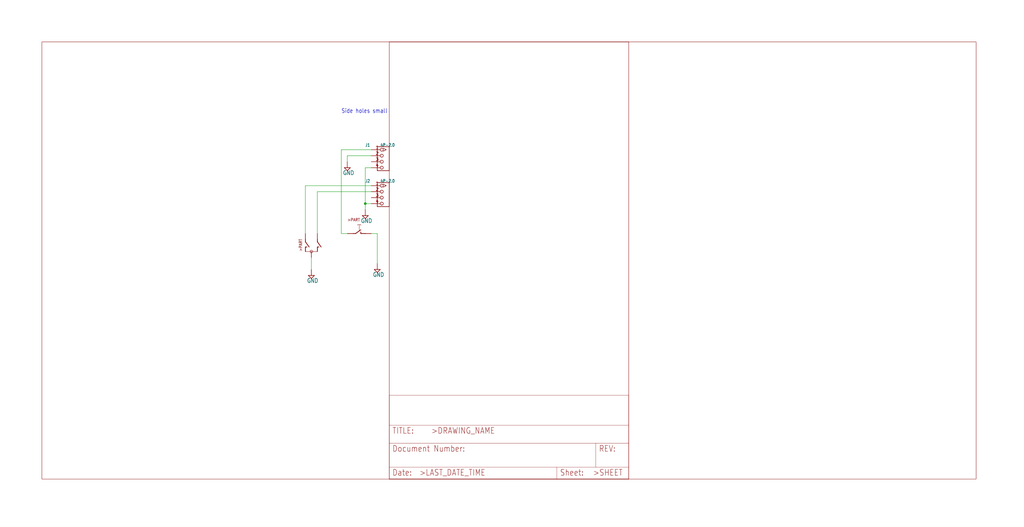
<source format=kicad_sch>
(kicad_sch (version 20211123) (generator eeschema)
  (paper "User" 434.34 223.571)
  (lib_symbols
    (symbol "weaver_encoder-eagle-import:GND" (power)
      (property "Value" "GND" (at -1.905 -3.175 0))
      (symbol "GND_1_0"
        (polyline (pts (xy -1.27 0) (xy 1.27 0)) (stroke (width 0.254)))
        (polyline (pts (xy 0 -1.27) (xy -1.27 0)) (stroke (width 0.254)))
        (polyline (pts (xy 1.27 0) (xy 0 -1.27)) (stroke (width 0.254)))
        (pin power_in line (at 0 2.54 270) (length 2.54) (name "GND") (number "1"))
      )
    )
    (symbol "weaver_encoder-eagle-import:GROVE-CONNECTOR-DIP(4P-2.0)"
      (property "Reference" "J" (at -6.35 6.35 0))
      (property "Value" "GROVE-CONNECTOR-DIP(4P-2.0)" (at 0 6.35 0))
      (symbol "GROVE-CONNECTOR-DIP(4P-2.0)_1_0"
        (polyline (pts (xy -1.27 -3.81) (xy -1.27 6.35)) (stroke (width 0.254)))
        (polyline (pts (xy -1.27 6.35) (xy 3.81 6.35)) (stroke (width 0.254)))
        (polyline (pts (xy 3.81 -3.81) (xy -1.27 -3.81)) (stroke (width 0.254)))
        (polyline (pts (xy 3.81 6.35) (xy 3.81 -3.81)) (stroke (width 0.254)))
        (pin bidirectional inverted_clock (at -3.81 5.08 0) (length 5.08) (name "1") (number "1"))
        (pin bidirectional inverted (at -3.81 2.54 0) (length 5.08) (name "2") (number "2"))
        (pin bidirectional inverted (at -3.81 0 0) (length 5.08) (name "3") (number "3"))
        (pin bidirectional inverted (at -3.81 -2.54 0) (length 5.08) (name "4") (number "4"))
      )
    )
    (symbol "weaver_encoder-eagle-import:LETTER_L"
      (symbol "LETTER_L_0_0"
        (polyline (pts (xy 0 0) (xy 248.92 0) (xy 248.92 185.42) (xy 0 185.42) (xy 0 0)))
      )
      (symbol "LETTER_L_2_0"
        (polyline (pts (xy 0 0) (xy 0 5.08)) (stroke (width 0.1016)))
        (polyline (pts (xy 0 0) (xy 71.12 0)) (stroke (width 0.1016)))
        (polyline (pts (xy 0 5.08) (xy 0 15.24)) (stroke (width 0.1016)))
        (polyline (pts (xy 0 5.08) (xy 71.12 5.08)) (stroke (width 0.1016)))
        (polyline (pts (xy 0 15.24) (xy 0 22.86)) (stroke (width 0.1016)))
        (polyline (pts (xy 0 22.86) (xy 0 35.56)) (stroke (width 0.1016)))
        (polyline (pts (xy 0 22.86) (xy 101.6 22.86)) (stroke (width 0.1016)))
        (polyline (pts (xy 71.12 0) (xy 101.6 0)) (stroke (width 0.1016)))
        (polyline (pts (xy 71.12 5.08) (xy 71.12 0)) (stroke (width 0.1016)))
        (polyline (pts (xy 71.12 5.08) (xy 87.63 5.08)) (stroke (width 0.1016)))
        (polyline (pts (xy 87.63 5.08) (xy 101.6 5.08)) (stroke (width 0.1016)))
        (polyline (pts (xy 87.63 15.24) (xy 0 15.24)) (stroke (width 0.1016)))
        (polyline (pts (xy 87.63 15.24) (xy 87.63 5.08)) (stroke (width 0.1016)))
        (polyline (pts (xy 101.6 5.08) (xy 101.6 0)) (stroke (width 0.1016)))
        (polyline (pts (xy 101.6 15.24) (xy 87.63 15.24)) (stroke (width 0.1016)))
        (polyline (pts (xy 101.6 15.24) (xy 101.6 5.08)) (stroke (width 0.1016)))
        (polyline (pts (xy 101.6 22.86) (xy 101.6 15.24)) (stroke (width 0.1016)))
        (polyline (pts (xy 101.6 35.56) (xy 0 35.56)) (stroke (width 0.1016)))
        (polyline (pts (xy 101.6 35.56) (xy 101.6 22.86)) (stroke (width 0.1016)))
        (text ">DRAWING_NAME" (at 17.78 19.05 0) (effects (font (size 2.54 2.159)) (justify left bottom)))
        (text ">LAST_DATE_TIME" (at 12.7 1.27 0) (effects (font (size 2.54 2.159)) (justify left bottom)))
        (text ">SHEET" (at 86.36 1.27 0) (effects (font (size 2.54 2.159)) (justify left bottom)))
        (text "Date:" (at 1.27 1.27 0) (effects (font (size 2.54 2.159)) (justify left bottom)))
        (text "Document Number:" (at 1.27 11.43 0) (effects (font (size 2.54 2.159)) (justify left bottom)))
        (text "REV:" (at 88.9 11.43 0) (effects (font (size 2.54 2.159)) (justify left bottom)))
        (text "Sheet:" (at 72.39 1.27 0) (effects (font (size 2.54 2.159)) (justify left bottom)))
        (text "TITLE:" (at 1.27 19.05 0) (effects (font (size 2.54 2.159)) (justify left bottom)))
      )
    )
    (symbol "weaver_encoder-eagle-import:SWITCH-ALPS_EC12E_SW"
      (symbol "SWITCH-ALPS_EC12E_SW_1_0"
        (polyline (pts (xy -2.54 0) (xy 2.54 0)) (stroke (width 0.1524)))
        (polyline (pts (xy -2.54 1.905) (xy -2.54 0)) (stroke (width 0.3048)))
        (polyline (pts (xy -2.54 4.1275) (xy -0.9525 1.905)) (stroke (width 0.3048)))
        (polyline (pts (xy -2.54 5.08) (xy -2.54 4.1275)) (stroke (width 0.3048)))
        (polyline (pts (xy -1.905 1.905) (xy -2.54 1.905)) (stroke (width 0.3048)))
        (polyline (pts (xy 2.54 1.905) (xy 2.54 0)) (stroke (width 0.3048)))
        (polyline (pts (xy 2.54 4.1275) (xy 4.1275 1.905)) (stroke (width 0.3048)))
        (polyline (pts (xy 2.54 5.08) (xy 2.54 4.1275)) (stroke (width 0.3048)))
        (polyline (pts (xy 3.175 1.905) (xy 2.54 1.905)) (stroke (width 0.3048)))
        (circle (center 0 0) (radius 0.5679))
        (text ">PART" (at -3.81 0 900) (effects (font (size 1.27 1.0795)) (justify left bottom)))
        (pin passive line (at -2.54 7.62 270) (length 2.54) (name "A") (number "A"))
        (pin passive line (at 2.54 7.62 270) (length 2.54) (name "B") (number "B"))
        (pin passive line (at 0 -2.54 90) (length 2.54) (name "C") (number "C"))
      )
      (symbol "SWITCH-ALPS_EC12E_SW_2_0"
        (polyline (pts (xy -2.54 0) (xy -1.5875 0)) (stroke (width 0.3048)))
        (polyline (pts (xy -1.5875 0) (xy 0.635 1.5875)) (stroke (width 0.3048)))
        (polyline (pts (xy -0.635 3.81) (xy -0.635 3.4925)) (stroke (width 0.127)))
        (polyline (pts (xy -0.635 3.81) (xy 0.635 3.81)) (stroke (width 0.127)))
        (polyline (pts (xy 0 1.27) (xy 0 3.81)) (stroke (width 0.127)))
        (polyline (pts (xy 0.635 0) (xy 2.54 0)) (stroke (width 0.3048)))
        (polyline (pts (xy 0.635 0.635) (xy 0.635 0)) (stroke (width 0.3048)))
        (polyline (pts (xy 0.635 3.81) (xy 0.635 3.4925)) (stroke (width 0.127)))
        (text ">PART" (at -5.08 5.08 0) (effects (font (size 1.27 1.0795)) (justify left bottom)))
        (pin passive line (at 5.08 0 180) (length 2.54) (name "1") (number "D"))
        (pin passive line (at -5.08 0 0) (length 2.54) (name "2") (number "E"))
      )
      (symbol "SWITCH-ALPS_EC12E_SW_3_0"
        (polyline (pts (xy 0 0) (xy 0.9525 0)) (stroke (width 0.254)))
        (polyline (pts (xy 1.5875 0) (xy 2.2225 0)) (stroke (width 0.254)))
        (polyline (pts (xy 2.8575 0) (xy 3.4925 0)) (stroke (width 0.254)))
        (polyline (pts (xy 4.1275 0) (xy 5.08 0)) (stroke (width 0.254)))
        (pin passive line (at 0 0 0) (length 0) (name "G") (number "GND1"))
      )
      (symbol "SWITCH-ALPS_EC12E_SW_4_0"
        (polyline (pts (xy 0 0) (xy 0.9525 0)) (stroke (width 0.254)))
        (polyline (pts (xy 1.5875 0) (xy 2.2225 0)) (stroke (width 0.254)))
        (polyline (pts (xy 2.8575 0) (xy 3.4925 0)) (stroke (width 0.254)))
        (polyline (pts (xy 4.1275 0) (xy 5.08 0)) (stroke (width 0.254)))
        (pin passive line (at 0 0 0) (length 0) (name "G") (number "GND2"))
      )
    )
  )
  (junction (at 154.94 86.36))
  (wire (pts (xy 132.08 114.3) (xy 132.08 109.22)))
  (wire (pts (xy 134.62 99.06) (xy 134.62 81.28)))
  (wire (pts (xy 147.32 66.04) (xy 147.32 68.58)))
  (wire (pts (xy 160.02 111.76) (xy 160.02 99.06)))
  (wire (pts (xy 157.48 86.36) (xy 154.94 86.36)))
  (wire (pts (xy 129.54 99.06) (xy 129.54 78.74)))
  (wire (pts (xy 154.94 71.12) (xy 154.94 86.36)))
  (wire (pts (xy 154.94 86.36) (xy 154.94 88.9)))
  (wire (pts (xy 157.48 71.12) (xy 154.94 71.12)))
  (wire (pts (xy 129.54 78.74) (xy 157.48 78.74)))
  (wire (pts (xy 157.48 66.04) (xy 147.32 66.04)))
  (wire (pts (xy 144.78 63.5) (xy 144.78 99.06)))
  (wire (pts (xy 157.48 99.06) (xy 160.02 99.06)))
  (wire (pts (xy 157.48 63.5) (xy 144.78 63.5)))
  (wire (pts (xy 144.78 99.06) (xy 147.32 99.06)))
  (wire (pts (xy 134.62 81.28) (xy 157.48 81.28)))
  (text "Side holes small" (at 144.78 48.26 180) (effects (font (size 1.778 1.5113)) (justify left bottom)))
  (symbol (lib_id "weaver_encoder-eagle-import:GND") (at 160.02 114.3 0) (unit 1)
    (property "Reference" "#GND5" (effects hide))
    (property "Value" "GND" (at 158.115 117.475 0) (effects (font (size 1.778 1.5113)) (justify left bottom)))
    (property "Footprint" "weaver_encoder:" (effects hide))
  )
  (symbol (lib_id "weaver_encoder-eagle-import:GND") (at 147.32 71.12 0) (unit 1)
    (property "Reference" "#GND1" (effects hide))
    (property "Value" "GND" (at 145.415 74.295 0) (effects (font (size 1.778 1.5113)) (justify left bottom)))
    (property "Footprint" "weaver_encoder:" (effects hide))
  )
  (symbol (lib_id "weaver_encoder-eagle-import:SWITCH-ALPS_EC12E_SW") (at 132.08 106.68 0) (unit 1)
    (property "Reference" "SW1" (effects hide))
    (property "Value" "SWITCH-ALPS_EC12E_SW" (effects hide))
    (property "Footprint" "weaver_encoder:SWITCH-ALPS_ALPS_EC12E_SW" (effects hide))
  )
  (symbol (lib_id "weaver_encoder-eagle-import:GND") (at 154.94 91.44 0) (unit 1)
    (property "Reference" "#GND6" (effects hide))
    (property "Value" "GND" (at 153.035 94.615 0) (effects (font (size 1.778 1.5113)) (justify left bottom)))
    (property "Footprint" "weaver_encoder:" (effects hide))
  )
  (symbol (lib_id "weaver_encoder-eagle-import:LETTER_L") (at 165.1 203.2 0) (unit 2)
    (property "Reference" "#FRAME1" (effects hide))
    (property "Value" "LETTER_L" (effects hide))
    (property "Footprint" "weaver_encoder:" (effects hide))
  )
  (symbol (lib_id "weaver_encoder-eagle-import:GND") (at 132.08 116.84 0) (unit 1)
    (property "Reference" "#GND2" (effects hide))
    (property "Value" "GND" (at 130.175 120.015 0) (effects (font (size 1.778 1.5113)) (justify left bottom)))
    (property "Footprint" "weaver_encoder:" (effects hide))
  )
  (symbol (lib_id "weaver_encoder-eagle-import:GROVE-CONNECTOR-DIP(4P-2.0)") (at 161.29 83.82 0) (unit 1)
    (property "Reference" "J2" (at 154.94 77.47 0) (effects (font (size 1.27 1.0795)) (justify left bottom)))
    (property "Value" "4P-2.0" (at 161.29 77.47 0) (effects (font (size 1.27 1.0795)) (justify left bottom)))
    (property "Footprint" "weaver_encoder:HW4-2.0" (effects hide))
  )
  (symbol (lib_id "weaver_encoder-eagle-import:GROVE-CONNECTOR-DIP(4P-2.0)") (at 161.29 68.58 0) (unit 1)
    (property "Reference" "J1" (at 154.94 62.23 0) (effects (font (size 1.27 1.0795)) (justify left bottom)))
    (property "Value" "4P-2.0" (at 161.29 62.23 0) (effects (font (size 1.27 1.0795)) (justify left bottom)))
    (property "Footprint" "weaver_encoder:HW4-2.0" (effects hide))
  )
  (symbol (lib_id "weaver_encoder-eagle-import:LETTER_L") (at 17.78 203.2 0) (unit 1)
    (property "Reference" "#FRAME1" (effects hide))
    (property "Value" "LETTER_L" (effects hide))
    (property "Footprint" "weaver_encoder:" (effects hide))
  )
  (symbol (lib_id "weaver_encoder-eagle-import:SWITCH-ALPS_EC12E_SW") (at 152.4 99.06 0) (unit 2)
    (property "Reference" "SW1" (effects hide))
    (property "Value" "SWITCH-ALPS_EC12E_SW" (effects hide))
    (property "Footprint" "weaver_encoder:SWITCH-ALPS_ALPS_EC12E_SW" (effects hide))
  )
)
</source>
